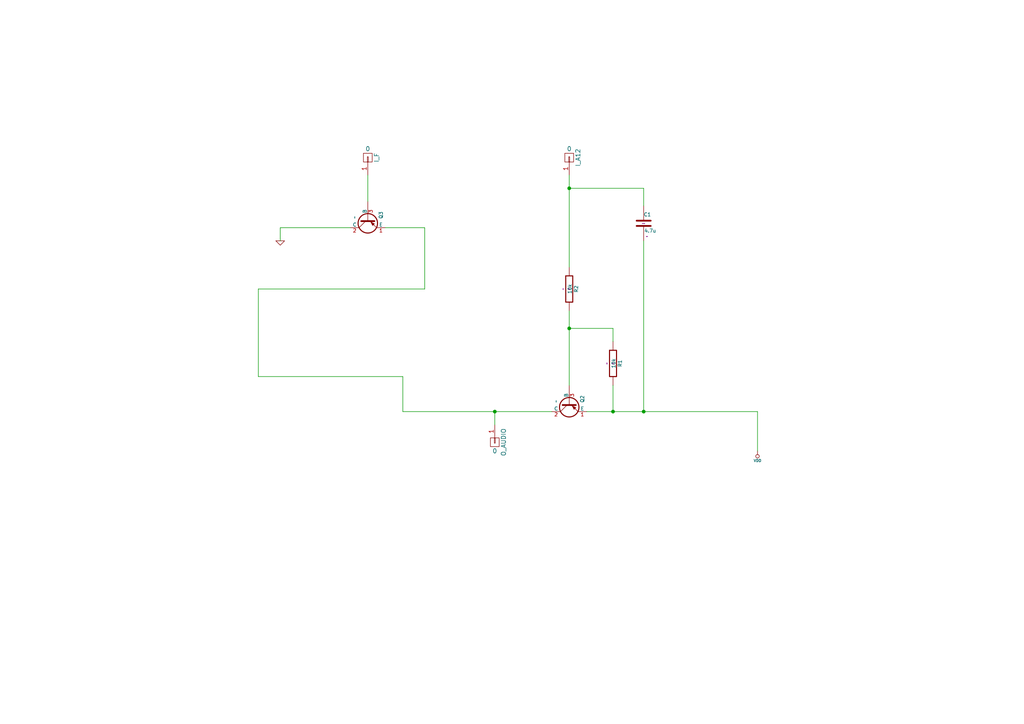
<source format=kicad_sch>
(kicad_sch (version 20231120) (generator "eeschema") (generator_version "8.0")
  (paper "A4")
  (title_block (date "6 jul 2015"))
  (lib_symbols
    (symbol "MAME:CONN_01X01" (pin_names (offset 1.016) hide)
      (property "Reference" "P" (at 0 2.54 0))
      (property "Value" "CONN_01X01" (at 2.54 0 90))
      (symbol "CONN_01X01_0_1"
        (rectangle (start -1.27 0.127) (end 0.254 -0.127))
        (rectangle (start -1.27 1.27) (end 1.27 -1.27))
      )
      (symbol "CONN_01X01_1_1"
        (pin passive line (at -5.08 0 0) (length 3.81) (name "P1") (number "1"))
      )
    )
    (symbol "wildfire-rescue:2SB631" (pin_names (offset 0))
      (property "Reference" "Q" (at 0 -3.81 0))
      (property "Value" "2SB631" (at 0 3.81 0))
      (symbol "2SB631_0_1"
        (polyline (pts (xy 2.54 -2.54) (xy 0.635 -0.635)))
        (polyline (pts (xy 2.54 2.54) (xy 0.635 0.635)))
        (polyline (pts (xy 0.635 1.905) (xy 0.635 -1.905) (xy 0.635 -1.905)) (stroke (width 0.508)) (fill (type outline)))
        (polyline (pts (xy 1.397 -1.905) (xy 1.905 -1.397) (xy 0.889 -0.889) (xy 1.397 -1.905) (xy 1.397 -1.905)) (fill (type outline)))
        (circle (center 1.27 0) (radius 2.8194) (stroke (width 0.3048)))
      )
      (symbol "2SB631_1_1"
        (pin passive line (at 2.54 -5.08 90) (length 2.54) (name "E") (number "1"))
        (pin passive line (at 2.54 5.08 270) (length 2.54) (name "C") (number "2"))
        (pin input line (at -5.08 0 0) (length 5.715) (name "B") (number "3"))
      )
    )
    (symbol "wildfire-rescue:C" (pin_numbers hide) (pin_names (offset 0.254))
      (property "Reference" "C" (at 0 2.54 0))
      (property "Value" "C" (at 0.1524 -2.159 0))
      (symbol "C_0_1"
        (polyline (pts (xy -2.032 -0.762) (xy 2.032 -0.762)) (stroke (width 0.508)))
        (polyline (pts (xy -2.032 0.762) (xy 2.032 0.762)) (stroke (width 0.508)))
      )
      (symbol "C_1_1"
        (pin passive line (at 0 5.08 270) (length 4.318) (name "~") (number "1"))
        (pin passive line (at 0 -5.08 90) (length 4.318) (name "~") (number "2"))
      )
    )
    (symbol "wildfire-rescue:GND" (power) (pin_names (offset 0))
      (symbol "GND_0_1"
        (polyline (pts (xy -1.27 0) (xy 0 -1.27) (xy 1.27 0) (xy -1.27 0)))
      )
      (symbol "GND_1_1"
        (pin power_in line (at 0 0 90) (length 0) hide (name "GND") (number "1"))
      )
    )
    (symbol "wildfire-rescue:R" (pin_numbers hide) (pin_names (offset 0))
      (property "Reference" "R" (at 2.032 0 90))
      (property "Value" "R" (at 0.1778 0.0254 90))
      (symbol "R_0_1"
        (rectangle (start -1.016 3.81) (end 1.016 -3.81) (stroke (width 0.3048)))
      )
      (symbol "R_1_1"
        (pin passive line (at 0 6.35 270) (length 2.54) (name "~") (number "1"))
        (pin passive line (at 0 -6.35 90) (length 2.54) (name "~") (number "2"))
      )
    )
    (symbol "wildfire-rescue:VDD" (power) (pin_names (offset 0))
      (property "Value" "VDD" (at 0 2.794 0))
      (symbol "VDD_0_0"
        (pin power_in line (at 0 0 90) (length 0) hide (name "VDD") (number "1"))
      )
      (symbol "VDD_0_1"
        (polyline (pts (xy 0 0) (xy 0 1.016) (xy 0 1.016)))
        (circle (center 0 1.524) (radius 0.508))
      )
    )
  )
  (junction (at 165.1 95.25))
  (junction (at 165.1 54.61))
  (junction (at 186.69 119.38))
  (junction (at 143.51 119.38))
  (junction (at 177.8 119.38))
  (wire (pts (xy 143.51 119.38) (xy 160.02 119.38)))
  (wire (pts (xy 116.84 119.38) (xy 143.51 119.38)))
  (wire (pts (xy 165.1 50.8) (xy 165.1 54.61)))
  (wire (pts (xy 165.1 54.61) (xy 165.1 77.47)))
  (wire (pts (xy 165.1 54.61) (xy 186.69 54.61)))
  (wire (pts (xy 177.8 111.76) (xy 177.8 119.38)))
  (wire (pts (xy 123.19 66.04) (xy 123.19 83.82)))
  (wire (pts (xy 143.51 123.19) (xy 143.51 119.38)))
  (wire (pts (xy 177.8 119.38) (xy 186.69 119.38)))
  (wire (pts (xy 74.93 83.82) (xy 74.93 109.22)))
  (wire (pts (xy 170.18 119.38) (xy 177.8 119.38)))
  (wire (pts (xy 177.8 95.25) (xy 177.8 99.06)))
  (wire (pts (xy 186.69 119.38) (xy 219.71 119.38)))
  (wire (pts (xy 186.69 54.61) (xy 186.69 59.69)))
  (wire (pts (xy 165.1 111.76) (xy 165.1 95.25)))
  (wire (pts (xy 81.28 66.04) (xy 81.28 69.85)))
  (wire (pts (xy 111.76 66.04) (xy 123.19 66.04)))
  (wire (pts (xy 101.6 66.04) (xy 81.28 66.04)))
  (wire (pts (xy 165.1 95.25) (xy 177.8 95.25)))
  (wire (pts (xy 74.93 109.22) (xy 116.84 109.22)))
  (wire (pts (xy 106.68 50.8) (xy 106.68 58.42)))
  (wire (pts (xy 186.69 69.85) (xy 186.69 119.38)))
  (wire (pts (xy 165.1 95.25) (xy 165.1 90.17)))
  (wire (pts (xy 123.19 83.82) (xy 74.93 83.82)))
  (wire (pts (xy 116.84 109.22) (xy 116.84 119.38)))
  (wire (pts (xy 219.71 119.38) (xy 219.71 130.81)))
  (symbol (lib_id "MAME:CONN_01X01") (at 165.1 45.72 270) (mirror x) (unit 1)
    (property "Reference" "I_A12" (at 167.64 45.72 0))
    (property "Value" "0" (at 165.1 43.18 90))
  )
  (symbol (lib_id "MAME:CONN_01X01") (at 106.68 45.72 270) (mirror x) (unit 1)
    (property "Reference" "I_F" (at 109.22 45.72 0))
    (property "Value" "0" (at 106.68 43.18 90))
  )
  (symbol (lib_id "wildfire-rescue:R") (at 165.1 83.82 0) (unit 1)
    (property "Reference" "R2" (at 167.132 83.82 90) (effects (font (size 1.016 1.016))))
    (property "Value" "10k" (at 165.2778 83.7946 90) (effects (font (size 1.016 1.016))))
    (property "Footprint" "~" (at 163.322 83.82 90) (effects (font (size 0.762 0.762))))
    (property "Datasheet" "~" (at 165.1 83.82 0) (effects (font (size 0.762 0.762))))
  )
  (symbol (lib_id "wildfire-rescue:C") (at 186.69 64.77 0) (unit 1)
    (property "Reference" "C1" (at 186.69 62.23 0) (effects (font (size 1.016 1.016)) (justify left)))
    (property "Value" "4.7u" (at 186.8424 66.929 0) (effects (font (size 1.016 1.016)) (justify left)))
    (property "Footprint" "~" (at 187.6552 68.58 0) (effects (font (size 0.762 0.762))))
    (property "Datasheet" "~" (at 186.69 64.77 0) (effects (font (size 1.524 1.524))))
  )
  (symbol (lib_id "wildfire-rescue:VDD") (at 219.71 130.81 0) (mirror x) (unit 1)
    (property "Reference" "#PWR0101" (effects (hide yes)))
    (property "Value" "VDD" (at 219.71 133.604 0) (effects (font (size 0.762 0.762))))
  )
  (symbol (lib_id "wildfire-rescue:GND") (at 81.28 69.85 0) (unit 1)
    (property "Reference" "#PWR0102" (effects (hide yes)))
    (property "Value" "GND" (effects (hide yes)))
  )
  (symbol (lib_id "wildfire-rescue:2SB631") (at 106.68 63.5 90) (mirror x) (unit 1)
    (property "Reference" "Q3" (at 110.49 63.5 0) (effects (font (size 1.016 1.016)) (justify right)))
    (property "Value" "~" (at 102.87 63.5 0) (effects (font (size 1.016 1.016)) (justify right)))
    (property "Footprint" "TO126" (effects (hide yes)))
  )
  (symbol (lib_id "wildfire-rescue:2SB631") (at 165.1 116.84 90) (mirror x) (unit 1)
    (property "Reference" "Q2" (at 168.91 116.84 0) (effects (font (size 1.016 1.016)) (justify right)))
    (property "Value" "~" (at 161.29 116.84 0) (effects (font (size 1.016 1.016)) (justify right)))
    (property "Footprint" "TO126" (effects (hide yes)))
  )
  (symbol (lib_id "wildfire-rescue:R") (at 177.8 105.41 0) (unit 1)
    (property "Reference" "R1" (at 179.832 105.41 90) (effects (font (size 1.016 1.016))))
    (property "Value" "10k" (at 177.9778 105.3846 90) (effects (font (size 1.016 1.016))))
    (property "Footprint" "~" (at 176.022 105.41 90) (effects (font (size 0.762 0.762))))
    (property "Datasheet" "~" (at 177.8 105.41 0) (effects (font (size 0.762 0.762))))
  )
  (symbol (lib_id "MAME:CONN_01X01") (at 143.51 128.27 270) (unit 1)
    (property "Reference" "O_AUDIO" (at 146.05 128.27 0))
    (property "Value" "0" (at 143.51 130.81 90))
  )
)
</source>
